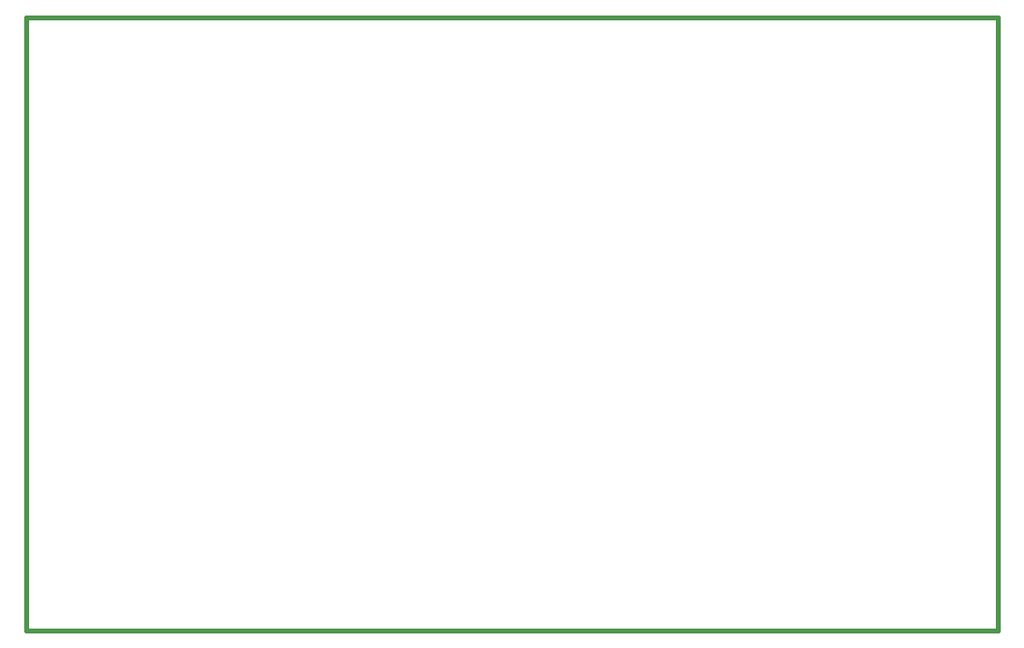
<source format=gbr>
G04 (created by PCBNEW-RS274X (2011-12-21 BZR 3253)-stable) date Saturday, February 11, 2012 02:53:21 PM*
G01*
G70*
G90*
%MOIN*%
G04 Gerber Fmt 3.4, Leading zero omitted, Abs format*
%FSLAX34Y34*%
G04 APERTURE LIST*
%ADD10C,0.006000*%
%ADD11C,0.015000*%
G04 APERTURE END LIST*
G54D10*
G54D11*
X40550Y-27950D02*
X40550Y-49000D01*
X73900Y-27950D02*
X40550Y-27950D01*
X73900Y-49000D02*
X73900Y-27950D01*
X40550Y-49000D02*
X73900Y-49000D01*
M02*

</source>
